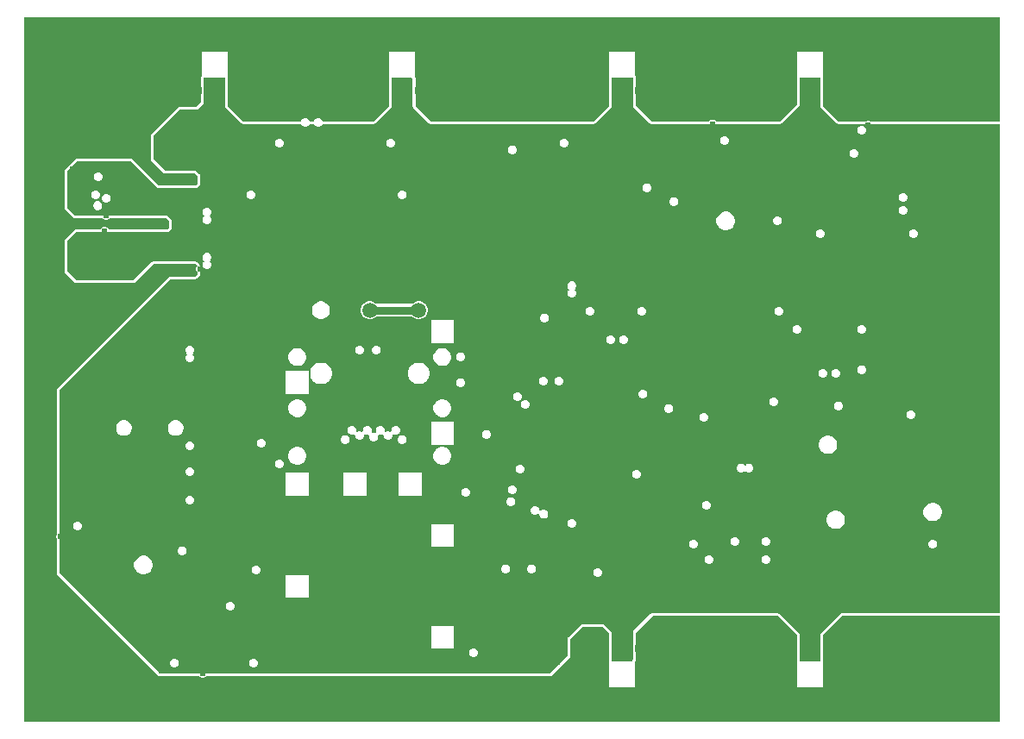
<source format=gbr>
G04*
G04 #@! TF.GenerationSoftware,Altium Limited,Altium Designer,24.8.2 (39)*
G04*
G04 Layer_Physical_Order=3*
G04 Layer_Color=16440176*
%FSLAX25Y25*%
%MOIN*%
G70*
G04*
G04 #@! TF.SameCoordinates,D82A07EB-257E-4463-BA9E-A140894E8D54*
G04*
G04*
G04 #@! TF.FilePolarity,Positive*
G04*
G01*
G75*
%ADD76C,0.03000*%
%ADD78C,0.05906*%
%ADD79R,0.07874X0.07874*%
%ADD80O,0.12992X0.05906*%
%ADD81O,0.09055X0.05906*%
%ADD82C,0.06181*%
%ADD83C,0.23622*%
%ADD84C,0.05118*%
%ADD87C,0.10236*%
%ADD88C,0.02400*%
G36*
X473471Y448500D02*
X423321Y448500D01*
X422838Y448700D01*
X422162D01*
X421679Y448500D01*
X411000D01*
X405000Y454500D01*
X405000Y465366D01*
X405028D01*
Y475421D01*
X394972D01*
Y465366D01*
X395000D01*
Y455000D01*
X388500Y448500D01*
X363904D01*
X363463Y448941D01*
X362838Y449200D01*
X362162D01*
X361537Y448941D01*
X361096Y448500D01*
X338789D01*
X332644Y454644D01*
Y466014D01*
X332528Y466131D01*
Y475421D01*
X322472D01*
Y465366D01*
X322382Y465276D01*
Y454382D01*
X316500Y448500D01*
X253500Y448500D01*
X247608Y454392D01*
X247608Y465392D01*
X247528Y465472D01*
Y475421D01*
X237472D01*
Y465366D01*
X237500D01*
Y454500D01*
X231500Y448500D01*
X211633D01*
X211441Y448963D01*
X210963Y449441D01*
X210338Y449700D01*
X209662D01*
X209037Y449441D01*
X208559Y448963D01*
X208367Y448500D01*
X206633D01*
X206441Y448963D01*
X205963Y449441D01*
X205338Y449700D01*
X204662D01*
X204037Y449441D01*
X203559Y448963D01*
X203367Y448500D01*
X181000D01*
X175054Y454446D01*
Y465340D01*
X175028Y465366D01*
Y475421D01*
X164972D01*
Y465929D01*
X164910Y465866D01*
Y455910D01*
X163000Y454000D01*
X156000D01*
X145500Y443500D01*
Y433500D01*
X150500Y428500D01*
X162500D01*
X163500Y427500D01*
X163500Y424500D01*
X162628Y423628D01*
X148372D01*
X138000Y434000D01*
X116500D01*
X112000Y429500D01*
Y414799D01*
X115799Y411000D01*
X126596D01*
X127037Y410559D01*
X127662Y410300D01*
X128338D01*
X128963Y410559D01*
X129404Y411000D01*
X151539D01*
X152539Y410000D01*
Y407425D01*
X151783Y406668D01*
X129063D01*
X128941Y406963D01*
X128463Y407441D01*
X127838Y407700D01*
X127162D01*
X126537Y407441D01*
X126059Y406963D01*
X125937Y406668D01*
X116168D01*
X112000Y402500D01*
X112000Y390177D01*
X116177Y386000D01*
X139000D01*
X146500Y393500D01*
X162500D01*
X163298Y392702D01*
X163059Y392463D01*
X162800Y391838D01*
Y391162D01*
X163059Y390537D01*
X163298Y390298D01*
Y389702D01*
X163500Y389500D01*
X162500Y388500D01*
X152500D01*
X109000Y345000D01*
Y288821D01*
X108800Y288338D01*
Y287662D01*
X109000Y287179D01*
Y273500D01*
X148500Y234000D01*
X164096D01*
X164537Y233559D01*
X165162Y233300D01*
X165838D01*
X166463Y233559D01*
X166904Y234000D01*
X300000D01*
X307500Y241500D01*
Y248500D01*
X312000Y253000D01*
X320040D01*
X322382Y250658D01*
X322382Y240296D01*
X322382Y240157D01*
X322472Y239834D01*
X322472Y239834D01*
Y229779D01*
X332528D01*
Y239834D01*
X332644Y239951D01*
X332644Y250855D01*
X339289Y257500D01*
X387500Y257500D01*
X395000Y250000D01*
Y240522D01*
X395000Y240322D01*
X394972Y239834D01*
X394972Y239834D01*
X394972D01*
X394972Y239356D01*
Y229779D01*
X405028D01*
Y239834D01*
X405000D01*
Y250044D01*
X412456Y257500D01*
X473471D01*
Y216529D01*
X96529D01*
Y488671D01*
X473471Y488671D01*
Y448500D01*
D02*
G37*
G36*
X403980Y454500D02*
X404058Y454110D01*
X404279Y453779D01*
X410279Y447779D01*
X410610Y447558D01*
X411000Y447480D01*
X421679D01*
X422069Y447558D01*
X422069Y447558D01*
X422365Y447680D01*
X422635D01*
X422931Y447558D01*
X423321Y447480D01*
X473471Y447480D01*
X473471Y446980D01*
X473471Y258520D01*
X412456D01*
X412066Y258442D01*
X411735Y258221D01*
X404279Y250765D01*
X404058Y250434D01*
X403980Y250044D01*
Y239834D01*
X396358D01*
X396035Y240176D01*
X396021Y240309D01*
X396020Y240334D01*
X396020Y240522D01*
Y250000D01*
X395942Y250390D01*
X395721Y250721D01*
X388221Y258221D01*
X387890Y258442D01*
X387500Y258520D01*
X339289Y258520D01*
X338899Y258442D01*
X338568Y258221D01*
X331924Y251576D01*
X331702Y251246D01*
X331625Y250855D01*
X331625Y240283D01*
X331586Y240224D01*
X331508Y239834D01*
X323492D01*
X323465Y239970D01*
X323454Y240109D01*
X323401Y240297D01*
X323401Y250658D01*
X323324Y251048D01*
X323103Y251379D01*
X320761Y253721D01*
X320430Y253942D01*
X320040Y254020D01*
X312000D01*
X311610Y253942D01*
X311279Y253721D01*
X306779Y249221D01*
X306558Y248890D01*
X306480Y248500D01*
Y241922D01*
X299578Y235020D01*
X166904D01*
X166514Y234942D01*
X166183Y234721D01*
X165885Y234423D01*
X165635Y234320D01*
X165365D01*
X165115Y234423D01*
X164817Y234721D01*
X164486Y234942D01*
X164096Y235020D01*
X148922D01*
X110020Y273922D01*
Y287179D01*
X109942Y287569D01*
X109820Y287865D01*
Y288135D01*
X109942Y288431D01*
X110020Y288821D01*
Y344578D01*
X152922Y387480D01*
X162500D01*
X162890Y387558D01*
X163221Y387779D01*
X164221Y388779D01*
X164442Y389110D01*
X164520Y389500D01*
X164442Y389890D01*
X164318Y390076D01*
Y390298D01*
X164240Y390688D01*
X164019Y391019D01*
X163923Y391115D01*
X163820Y391365D01*
Y391635D01*
X163923Y391885D01*
X164019Y391981D01*
X164240Y392312D01*
X164318Y392702D01*
X164240Y393092D01*
X164019Y393423D01*
X163221Y394221D01*
X162890Y394442D01*
X162500Y394520D01*
X146500D01*
X146110Y394442D01*
X145779Y394221D01*
X138578Y387020D01*
X116600D01*
X113020Y390600D01*
X113020Y402078D01*
X116591Y405649D01*
X125937D01*
X126327Y405726D01*
X126658Y405947D01*
X126879Y406278D01*
X126923Y406385D01*
X127115Y406577D01*
X127365Y406680D01*
X127635D01*
X127885Y406577D01*
X128077Y406385D01*
X128121Y406278D01*
X128342Y405947D01*
X128673Y405726D01*
X129063Y405649D01*
X151783D01*
X152173Y405726D01*
X152504Y405947D01*
X153260Y406704D01*
X153481Y407035D01*
X153559Y407425D01*
Y410000D01*
X153481Y410390D01*
X153260Y410721D01*
X152260Y411721D01*
X151929Y411942D01*
X151539Y412020D01*
X129404D01*
X129014Y411942D01*
X128683Y411721D01*
X128385Y411423D01*
X128135Y411320D01*
X127865D01*
X127615Y411423D01*
X127317Y411721D01*
X126986Y411942D01*
X126596Y412020D01*
X116221D01*
X113020Y415221D01*
Y429078D01*
X116922Y432980D01*
X137578D01*
X147651Y422907D01*
X147982Y422686D01*
X148372Y422609D01*
X162628D01*
X163019Y422686D01*
X163349Y422907D01*
X164221Y423779D01*
X164442Y424110D01*
X164520Y424500D01*
X164520Y427500D01*
X164442Y427890D01*
X164221Y428221D01*
X163221Y429221D01*
X162890Y429442D01*
X162500Y429520D01*
X150922D01*
X146520Y433922D01*
Y443078D01*
X156422Y452980D01*
X163000D01*
X163390Y453058D01*
X163721Y453279D01*
X165631Y455189D01*
X165852Y455520D01*
X165929Y455910D01*
Y465366D01*
X174008D01*
X174034Y465235D01*
Y454446D01*
X174112Y454056D01*
X174333Y453725D01*
X180279Y447779D01*
X180610Y447558D01*
X181000Y447480D01*
X203367D01*
X203367Y447480D01*
X203375Y447482D01*
X203559Y447037D01*
X204037Y446559D01*
X204662Y446300D01*
X205338D01*
X205963Y446559D01*
X206441Y447037D01*
X206626Y447482D01*
X206633Y447480D01*
X208367D01*
X208367Y447480D01*
X208375Y447482D01*
X208559Y447037D01*
X209037Y446559D01*
X209662Y446300D01*
X210338D01*
X210963Y446559D01*
X211441Y447037D01*
X211626Y447482D01*
X211633Y447480D01*
X231500D01*
X231890Y447558D01*
X232221Y447779D01*
X238221Y453779D01*
X238442Y454110D01*
X238520Y454500D01*
Y465366D01*
X246208D01*
X246589Y464891D01*
X246589Y454392D01*
X246666Y454001D01*
X246887Y453671D01*
X246887Y453671D01*
X252779Y447779D01*
X253110Y447558D01*
X253500Y447480D01*
X316500Y447480D01*
X316890Y447558D01*
X317221Y447779D01*
X323103Y453661D01*
X323324Y453992D01*
X323401Y454382D01*
Y464957D01*
X323414Y464976D01*
X323492Y465366D01*
X331625D01*
Y454644D01*
X331702Y454254D01*
X331924Y453924D01*
X338068Y447779D01*
X338399Y447558D01*
X338789Y447480D01*
X361096D01*
X361486Y447558D01*
X361817Y447779D01*
X362115Y448077D01*
X362365Y448180D01*
X362635D01*
X362885Y448077D01*
X363183Y447779D01*
X363514Y447558D01*
X363904Y447480D01*
X388500D01*
X388890Y447558D01*
X389221Y447779D01*
X395721Y454279D01*
X395942Y454610D01*
X396020Y455000D01*
Y465366D01*
X403980D01*
X403980Y454500D01*
D02*
G37*
%LPC*%
G36*
X420338Y446700D02*
X419662D01*
X419037Y446441D01*
X418559Y445963D01*
X418300Y445338D01*
Y444662D01*
X418559Y444037D01*
X419037Y443559D01*
X419662Y443300D01*
X420338D01*
X420963Y443559D01*
X421441Y444037D01*
X421700Y444662D01*
Y445338D01*
X421441Y445963D01*
X420963Y446441D01*
X420338Y446700D01*
D02*
G37*
G36*
X367338Y442700D02*
X366662D01*
X366037Y442441D01*
X365559Y441963D01*
X365300Y441338D01*
Y440662D01*
X365559Y440037D01*
X366037Y439559D01*
X366662Y439300D01*
X367338D01*
X367963Y439559D01*
X368441Y440037D01*
X368700Y440662D01*
Y441338D01*
X368441Y441963D01*
X367963Y442441D01*
X367338Y442700D01*
D02*
G37*
G36*
X305338Y441700D02*
X304662D01*
X304037Y441441D01*
X303559Y440963D01*
X303300Y440338D01*
Y439662D01*
X303559Y439037D01*
X304037Y438559D01*
X304662Y438300D01*
X305338D01*
X305963Y438559D01*
X306441Y439037D01*
X306700Y439662D01*
Y440338D01*
X306441Y440963D01*
X305963Y441441D01*
X305338Y441700D01*
D02*
G37*
G36*
X238338D02*
X237662D01*
X237037Y441441D01*
X236559Y440963D01*
X236300Y440338D01*
Y439662D01*
X236559Y439037D01*
X237037Y438559D01*
X237662Y438300D01*
X238338D01*
X238963Y438559D01*
X239441Y439037D01*
X239700Y439662D01*
Y440338D01*
X239441Y440963D01*
X238963Y441441D01*
X238338Y441700D01*
D02*
G37*
G36*
X195338D02*
X194662D01*
X194037Y441441D01*
X193559Y440963D01*
X193300Y440338D01*
Y439662D01*
X193559Y439037D01*
X194037Y438559D01*
X194662Y438300D01*
X195338D01*
X195963Y438559D01*
X196441Y439037D01*
X196700Y439662D01*
Y440338D01*
X196441Y440963D01*
X195963Y441441D01*
X195338Y441700D01*
D02*
G37*
G36*
X285338Y439200D02*
X284662D01*
X284037Y438941D01*
X283559Y438463D01*
X283300Y437838D01*
Y437162D01*
X283559Y436537D01*
X284037Y436059D01*
X284662Y435800D01*
X285338D01*
X285963Y436059D01*
X286441Y436537D01*
X286700Y437162D01*
Y437838D01*
X286441Y438463D01*
X285963Y438941D01*
X285338Y439200D01*
D02*
G37*
G36*
X417338Y437700D02*
X416662D01*
X416037Y437441D01*
X415559Y436963D01*
X415300Y436338D01*
Y435662D01*
X415559Y435037D01*
X416037Y434559D01*
X416662Y434300D01*
X417338D01*
X417963Y434559D01*
X418441Y435037D01*
X418700Y435662D01*
Y436338D01*
X418441Y436963D01*
X417963Y437441D01*
X417338Y437700D01*
D02*
G37*
G36*
X125338Y428700D02*
X124662D01*
X124037Y428441D01*
X123559Y427963D01*
X123300Y427338D01*
Y426662D01*
X123559Y426037D01*
X124037Y425559D01*
X124662Y425300D01*
X125338D01*
X125963Y425559D01*
X126441Y426037D01*
X126700Y426662D01*
Y427338D01*
X126441Y427963D01*
X125963Y428441D01*
X125338Y428700D01*
D02*
G37*
G36*
X337338Y424500D02*
X336662D01*
X336037Y424241D01*
X335559Y423763D01*
X335300Y423138D01*
Y422462D01*
X335559Y421837D01*
X336037Y421359D01*
X336662Y421100D01*
X337338D01*
X337963Y421359D01*
X338441Y421837D01*
X338700Y422462D01*
Y423138D01*
X338441Y423763D01*
X337963Y424241D01*
X337338Y424500D01*
D02*
G37*
G36*
X242838Y421700D02*
X242162D01*
X241537Y421441D01*
X241059Y420963D01*
X240800Y420338D01*
Y419662D01*
X241059Y419037D01*
X241537Y418559D01*
X242162Y418300D01*
X242838D01*
X243463Y418559D01*
X243941Y419037D01*
X244200Y419662D01*
Y420338D01*
X243941Y420963D01*
X243463Y421441D01*
X242838Y421700D01*
D02*
G37*
G36*
X184338D02*
X183662D01*
X183037Y421441D01*
X182559Y420963D01*
X182300Y420338D01*
Y419662D01*
X182559Y419037D01*
X183037Y418559D01*
X183662Y418300D01*
X184338D01*
X184963Y418559D01*
X185441Y419037D01*
X185700Y419662D01*
Y420338D01*
X185441Y420963D01*
X184963Y421441D01*
X184338Y421700D01*
D02*
G37*
G36*
X124338D02*
X123662D01*
X123037Y421441D01*
X122559Y420963D01*
X122300Y420338D01*
Y419662D01*
X122559Y419037D01*
X123037Y418559D01*
X123662Y418300D01*
X124338D01*
X124963Y418559D01*
X125441Y419037D01*
X125700Y419662D01*
Y420338D01*
X125441Y420963D01*
X124963Y421441D01*
X124338Y421700D01*
D02*
G37*
G36*
X436338Y420700D02*
X435662D01*
X435037Y420441D01*
X434559Y419963D01*
X434300Y419338D01*
Y418662D01*
X434559Y418037D01*
X435037Y417559D01*
X435662Y417300D01*
X436338D01*
X436963Y417559D01*
X437441Y418037D01*
X437700Y418662D01*
Y419338D01*
X437441Y419963D01*
X436963Y420441D01*
X436338Y420700D01*
D02*
G37*
G36*
X128513Y420449D02*
X127837D01*
X127212Y420191D01*
X126734Y419712D01*
X126475Y419088D01*
Y418411D01*
X126734Y417787D01*
X127212Y417308D01*
X127837Y417049D01*
X128513D01*
X129138Y417308D01*
X129616Y417787D01*
X129875Y418411D01*
Y419088D01*
X129616Y419712D01*
X129138Y420191D01*
X128513Y420449D01*
D02*
G37*
G36*
X347838Y419200D02*
X347162D01*
X346537Y418941D01*
X346059Y418463D01*
X345800Y417838D01*
Y417162D01*
X346059Y416537D01*
X346537Y416059D01*
X347162Y415800D01*
X347838D01*
X348463Y416059D01*
X348941Y416537D01*
X349200Y417162D01*
Y417838D01*
X348941Y418463D01*
X348463Y418941D01*
X347838Y419200D01*
D02*
G37*
G36*
X125235Y417597D02*
X124559D01*
X123934Y417338D01*
X123456Y416860D01*
X123197Y416235D01*
Y415559D01*
X123456Y414934D01*
X123934Y414456D01*
X124559Y414197D01*
X125235D01*
X125860Y414456D01*
X126338Y414934D01*
X126597Y415559D01*
Y416235D01*
X126338Y416860D01*
X125860Y417338D01*
X125235Y417597D01*
D02*
G37*
G36*
X436338Y415700D02*
X435662D01*
X435037Y415441D01*
X434559Y414963D01*
X434300Y414338D01*
Y413662D01*
X434559Y413037D01*
X435037Y412559D01*
X435662Y412300D01*
X436338D01*
X436963Y412559D01*
X437441Y413037D01*
X437700Y413662D01*
Y414338D01*
X437441Y414963D01*
X436963Y415441D01*
X436338Y415700D01*
D02*
G37*
G36*
X167338Y415102D02*
X166662D01*
X166037Y414844D01*
X165559Y414365D01*
X165300Y413741D01*
Y413064D01*
X165559Y412439D01*
X165719Y412279D01*
X166029Y411952D01*
X165719Y411626D01*
X165559Y411465D01*
X165300Y410841D01*
Y410164D01*
X165559Y409540D01*
X166037Y409061D01*
X166662Y408802D01*
X167338D01*
X167963Y409061D01*
X168441Y409540D01*
X168700Y410164D01*
Y410841D01*
X168441Y411465D01*
X168281Y411626D01*
X167971Y411952D01*
X168281Y412279D01*
X168441Y412439D01*
X168700Y413064D01*
Y413741D01*
X168441Y414365D01*
X167963Y414844D01*
X167338Y415102D01*
D02*
G37*
G36*
X387838Y411700D02*
X387162D01*
X386537Y411441D01*
X386059Y410963D01*
X385800Y410338D01*
Y409662D01*
X386059Y409037D01*
X386537Y408559D01*
X387162Y408300D01*
X387838D01*
X388463Y408559D01*
X388941Y409037D01*
X389200Y409662D01*
Y410338D01*
X388941Y410963D01*
X388463Y411441D01*
X387838Y411700D01*
D02*
G37*
G36*
X367973Y413590D02*
X367027D01*
X366114Y413346D01*
X365295Y412873D01*
X364627Y412205D01*
X364154Y411386D01*
X363910Y410473D01*
Y409527D01*
X364154Y408614D01*
X364627Y407795D01*
X365295Y407127D01*
X366114Y406654D01*
X367027Y406410D01*
X367973D01*
X368886Y406654D01*
X369705Y407127D01*
X370373Y407795D01*
X370846Y408614D01*
X371091Y409527D01*
Y410473D01*
X370846Y411386D01*
X370373Y412205D01*
X369705Y412873D01*
X368886Y413346D01*
X367973Y413590D01*
D02*
G37*
G36*
X440338Y406700D02*
X439662D01*
X439037Y406441D01*
X438559Y405963D01*
X438300Y405338D01*
Y404662D01*
X438559Y404037D01*
X439037Y403559D01*
X439662Y403300D01*
X440338D01*
X440963Y403559D01*
X441441Y404037D01*
X441700Y404662D01*
Y405338D01*
X441441Y405963D01*
X440963Y406441D01*
X440338Y406700D01*
D02*
G37*
G36*
X404338D02*
X403662D01*
X403037Y406441D01*
X402559Y405963D01*
X402300Y405338D01*
Y404662D01*
X402559Y404037D01*
X403037Y403559D01*
X403662Y403300D01*
X404338D01*
X404963Y403559D01*
X405441Y404037D01*
X405700Y404662D01*
Y405338D01*
X405441Y405963D01*
X404963Y406441D01*
X404338Y406700D01*
D02*
G37*
G36*
X167338Y397600D02*
X166662D01*
X166037Y397341D01*
X165559Y396863D01*
X165300Y396238D01*
Y395562D01*
X165559Y394937D01*
X165719Y394777D01*
X166029Y394450D01*
X165719Y394123D01*
X165559Y393963D01*
X165300Y393338D01*
Y392662D01*
X165559Y392037D01*
X166037Y391559D01*
X166662Y391300D01*
X167338D01*
X167963Y391559D01*
X168441Y392037D01*
X168700Y392662D01*
Y393338D01*
X168441Y393963D01*
X168281Y394123D01*
X167971Y394450D01*
X168281Y394777D01*
X168441Y394937D01*
X168700Y395562D01*
Y396238D01*
X168441Y396863D01*
X167963Y397341D01*
X167338Y397600D01*
D02*
G37*
G36*
X308338Y386600D02*
X307662D01*
X307037Y386341D01*
X306559Y385863D01*
X306300Y385238D01*
Y384562D01*
X306559Y383937D01*
X306719Y383777D01*
X307029Y383450D01*
X306719Y383123D01*
X306559Y382963D01*
X306300Y382338D01*
Y381662D01*
X306559Y381037D01*
X307037Y380559D01*
X307662Y380300D01*
X308338D01*
X308963Y380559D01*
X309441Y381037D01*
X309700Y381662D01*
Y382338D01*
X309441Y382963D01*
X309281Y383123D01*
X308971Y383450D01*
X309281Y383777D01*
X309441Y383937D01*
X309700Y384562D01*
Y385238D01*
X309441Y385863D01*
X308963Y386341D01*
X308338Y386600D01*
D02*
G37*
G36*
X249372Y378906D02*
X248463D01*
X247585Y378670D01*
X246797Y378216D01*
X246583Y378002D01*
X232354D01*
X232140Y378216D01*
X231352Y378670D01*
X230474Y378906D01*
X229565D01*
X228687Y378670D01*
X227900Y378216D01*
X227257Y377573D01*
X226802Y376785D01*
X226567Y375907D01*
Y374998D01*
X226802Y374120D01*
X227257Y373333D01*
X227900Y372690D01*
X228687Y372235D01*
X229565Y372000D01*
X230474D01*
X231352Y372235D01*
X232140Y372690D01*
X232354Y372904D01*
X246583D01*
X246797Y372690D01*
X247585Y372235D01*
X248463Y372000D01*
X249372D01*
X250250Y372235D01*
X251037Y372690D01*
X251680Y373333D01*
X252135Y374120D01*
X252370Y374998D01*
Y375907D01*
X252135Y376785D01*
X251680Y377573D01*
X251037Y378216D01*
X250250Y378670D01*
X249372Y378906D01*
D02*
G37*
G36*
X388338Y376700D02*
X387662D01*
X387037Y376441D01*
X386559Y375963D01*
X386300Y375338D01*
Y374662D01*
X386559Y374037D01*
X387037Y373559D01*
X387662Y373300D01*
X388338D01*
X388963Y373559D01*
X389441Y374037D01*
X389700Y374662D01*
Y375338D01*
X389441Y375963D01*
X388963Y376441D01*
X388338Y376700D01*
D02*
G37*
G36*
X335338D02*
X334662D01*
X334037Y376441D01*
X333559Y375963D01*
X333300Y375338D01*
Y374662D01*
X333559Y374037D01*
X334037Y373559D01*
X334662Y373300D01*
X335338D01*
X335963Y373559D01*
X336441Y374037D01*
X336700Y374662D01*
Y375338D01*
X336441Y375963D01*
X335963Y376441D01*
X335338Y376700D01*
D02*
G37*
G36*
X315338D02*
X314662D01*
X314037Y376441D01*
X313559Y375963D01*
X313300Y375338D01*
Y374662D01*
X313559Y374037D01*
X314037Y373559D01*
X314662Y373300D01*
X315338D01*
X315963Y373559D01*
X316441Y374037D01*
X316700Y374662D01*
Y375338D01*
X316441Y375963D01*
X315963Y376441D01*
X315338Y376700D01*
D02*
G37*
G36*
X211577Y378906D02*
X210667D01*
X209789Y378670D01*
X209002Y378216D01*
X208359Y377573D01*
X207905Y376785D01*
X207669Y375907D01*
Y374998D01*
X207905Y374120D01*
X208359Y373333D01*
X209002Y372690D01*
X209789Y372235D01*
X210667Y372000D01*
X211577D01*
X212455Y372235D01*
X213242Y372690D01*
X213885Y373333D01*
X214339Y374120D01*
X214575Y374998D01*
Y375907D01*
X214339Y376785D01*
X213885Y377573D01*
X213242Y378216D01*
X212455Y378670D01*
X211577Y378906D01*
D02*
G37*
G36*
X297838Y374200D02*
X297162D01*
X296537Y373941D01*
X296059Y373463D01*
X295800Y372838D01*
Y372162D01*
X296059Y371537D01*
X296537Y371059D01*
X297162Y370800D01*
X297838D01*
X298463Y371059D01*
X298941Y371537D01*
X299200Y372162D01*
Y372838D01*
X298941Y373463D01*
X298463Y373941D01*
X297838Y374200D01*
D02*
G37*
G36*
X420338Y369700D02*
X419662D01*
X419037Y369441D01*
X418559Y368963D01*
X418300Y368338D01*
Y367662D01*
X418559Y367037D01*
X419037Y366559D01*
X419662Y366300D01*
X420338D01*
X420963Y366559D01*
X421441Y367037D01*
X421700Y367662D01*
Y368338D01*
X421441Y368963D01*
X420963Y369441D01*
X420338Y369700D01*
D02*
G37*
G36*
X395338D02*
X394662D01*
X394037Y369441D01*
X393559Y368963D01*
X393300Y368338D01*
Y367662D01*
X393559Y367037D01*
X394037Y366559D01*
X394662Y366300D01*
X395338D01*
X395963Y366559D01*
X396441Y367037D01*
X396700Y367662D01*
Y368338D01*
X396441Y368963D01*
X395963Y369441D01*
X395338Y369700D01*
D02*
G37*
G36*
X262488Y371622D02*
X253614D01*
Y362748D01*
X262488D01*
Y371622D01*
D02*
G37*
G36*
X328338Y365700D02*
X327662D01*
X327037Y365441D01*
X326559Y364963D01*
X326300Y364338D01*
Y363662D01*
X326559Y363037D01*
X327037Y362559D01*
X327662Y362300D01*
X328338D01*
X328963Y362559D01*
X329441Y363037D01*
X329700Y363662D01*
Y364338D01*
X329441Y364963D01*
X328963Y365441D01*
X328338Y365700D01*
D02*
G37*
G36*
X323338D02*
X322662D01*
X322037Y365441D01*
X321559Y364963D01*
X321300Y364338D01*
Y363662D01*
X321559Y363037D01*
X322037Y362559D01*
X322662Y362300D01*
X323338D01*
X323963Y362559D01*
X324441Y363037D01*
X324700Y363662D01*
Y364338D01*
X324441Y364963D01*
X323963Y365441D01*
X323338Y365700D01*
D02*
G37*
G36*
X232838Y361700D02*
X232162D01*
X231537Y361441D01*
X231059Y360963D01*
X230800Y360338D01*
Y359662D01*
X231059Y359037D01*
X231537Y358559D01*
X232162Y358300D01*
X232838D01*
X233463Y358559D01*
X233941Y359037D01*
X234200Y359662D01*
Y360338D01*
X233941Y360963D01*
X233463Y361441D01*
X232838Y361700D01*
D02*
G37*
G36*
X226338D02*
X225662D01*
X225037Y361441D01*
X224559Y360963D01*
X224300Y360338D01*
Y359662D01*
X224559Y359037D01*
X225037Y358559D01*
X225662Y358300D01*
X226338D01*
X226963Y358559D01*
X227441Y359037D01*
X227700Y359662D01*
Y360338D01*
X227441Y360963D01*
X226963Y361441D01*
X226338Y361700D01*
D02*
G37*
G36*
X265338Y359200D02*
X264662D01*
X264037Y358941D01*
X263559Y358463D01*
X263300Y357838D01*
Y357162D01*
X263559Y356537D01*
X264037Y356059D01*
X264662Y355800D01*
X265338D01*
X265963Y356059D01*
X266441Y356537D01*
X266700Y357162D01*
Y357838D01*
X266441Y358463D01*
X265963Y358941D01*
X265338Y359200D01*
D02*
G37*
G36*
X160788Y361700D02*
X160112D01*
X159487Y361441D01*
X159009Y360963D01*
X158750Y360338D01*
Y359662D01*
X159009Y359037D01*
X159219Y358827D01*
X159446Y358500D01*
X159219Y358173D01*
X159009Y357963D01*
X158750Y357338D01*
Y356662D01*
X159009Y356037D01*
X159487Y355559D01*
X160112Y355300D01*
X160788D01*
X161413Y355559D01*
X161891Y356037D01*
X162150Y356662D01*
Y357338D01*
X161891Y357963D01*
X161681Y358173D01*
X161454Y358500D01*
X161681Y358827D01*
X161891Y359037D01*
X162150Y359662D01*
Y360338D01*
X161891Y360963D01*
X161413Y361441D01*
X160788Y361700D01*
D02*
G37*
G36*
X258506Y360795D02*
X257597D01*
X256718Y360560D01*
X255931Y360105D01*
X255288Y359463D01*
X254834Y358675D01*
X254598Y357797D01*
Y356888D01*
X254834Y356010D01*
X255288Y355223D01*
X255931Y354580D01*
X256718Y354125D01*
X257597Y353890D01*
X258506D01*
X259384Y354125D01*
X260171Y354580D01*
X260814Y355223D01*
X261269Y356010D01*
X261504Y356888D01*
Y357797D01*
X261269Y358675D01*
X260814Y359463D01*
X260171Y360105D01*
X259384Y360560D01*
X258506Y360795D01*
D02*
G37*
G36*
X202403D02*
X201494D01*
X200616Y360560D01*
X199829Y360105D01*
X199186Y359463D01*
X198731Y358675D01*
X198496Y357797D01*
Y356888D01*
X198731Y356010D01*
X199186Y355223D01*
X199829Y354580D01*
X200616Y354125D01*
X201494Y353890D01*
X202403D01*
X203281Y354125D01*
X204069Y354580D01*
X204712Y355223D01*
X205166Y356010D01*
X205402Y356888D01*
Y357797D01*
X205166Y358675D01*
X204712Y359463D01*
X204069Y360105D01*
X203281Y360560D01*
X202403Y360795D01*
D02*
G37*
G36*
X420338Y354200D02*
X419662D01*
X419037Y353941D01*
X418559Y353463D01*
X418300Y352838D01*
Y352162D01*
X418559Y351537D01*
X419037Y351059D01*
X419662Y350800D01*
X420338D01*
X420963Y351059D01*
X421441Y351537D01*
X421700Y352162D01*
Y352838D01*
X421441Y353463D01*
X420963Y353941D01*
X420338Y354200D01*
D02*
G37*
G36*
X410338Y352700D02*
X409662D01*
X409037Y352441D01*
X408559Y351963D01*
X408300Y351338D01*
Y350662D01*
X408559Y350037D01*
X409037Y349559D01*
X409662Y349300D01*
X410338D01*
X410963Y349559D01*
X411441Y350037D01*
X411700Y350662D01*
Y351338D01*
X411441Y351963D01*
X410963Y352441D01*
X410338Y352700D01*
D02*
G37*
G36*
X405338D02*
X404662D01*
X404037Y352441D01*
X403559Y351963D01*
X403300Y351338D01*
Y350662D01*
X403559Y350037D01*
X404037Y349559D01*
X404662Y349300D01*
X405338D01*
X405963Y349559D01*
X406441Y350037D01*
X406700Y350662D01*
Y351338D01*
X406441Y351963D01*
X405963Y352441D01*
X405338Y352700D01*
D02*
G37*
G36*
X249464Y355190D02*
X248371D01*
X247316Y354907D01*
X246370Y354361D01*
X245597Y353588D01*
X245051Y352642D01*
X244768Y351586D01*
Y350494D01*
X245051Y349438D01*
X245597Y348492D01*
X246370Y347720D01*
X247316Y347173D01*
X248371Y346890D01*
X249464D01*
X250519Y347173D01*
X251466Y347720D01*
X252238Y348492D01*
X252784Y349438D01*
X253067Y350494D01*
Y351586D01*
X252784Y352642D01*
X252238Y353588D01*
X251466Y354361D01*
X250519Y354907D01*
X249464Y355190D01*
D02*
G37*
G36*
X211669D02*
X210576D01*
X209521Y354907D01*
X208575Y354361D01*
X207802Y353588D01*
X207256Y352642D01*
X206973Y351586D01*
Y350494D01*
X207256Y349438D01*
X207802Y348492D01*
X208575Y347720D01*
X209521Y347173D01*
X210576Y346890D01*
X211669D01*
X212724Y347173D01*
X213670Y347720D01*
X214443Y348492D01*
X214989Y349438D01*
X215272Y350494D01*
Y351586D01*
X214989Y352642D01*
X214443Y353588D01*
X213670Y354361D01*
X212724Y354907D01*
X211669Y355190D01*
D02*
G37*
G36*
X303338Y349700D02*
X302662D01*
X302037Y349441D01*
X301559Y348963D01*
X301300Y348338D01*
Y347662D01*
X301559Y347037D01*
X302037Y346559D01*
X302662Y346300D01*
X303338D01*
X303963Y346559D01*
X304441Y347037D01*
X304700Y347662D01*
Y348338D01*
X304441Y348963D01*
X303963Y349441D01*
X303338Y349700D01*
D02*
G37*
G36*
X297338D02*
X296662D01*
X296037Y349441D01*
X295559Y348963D01*
X295300Y348338D01*
Y347662D01*
X295559Y347037D01*
X296037Y346559D01*
X296662Y346300D01*
X297338D01*
X297963Y346559D01*
X298441Y347037D01*
X298700Y347662D01*
Y348338D01*
X298441Y348963D01*
X297963Y349441D01*
X297338Y349700D01*
D02*
G37*
G36*
X265338Y349200D02*
X264662D01*
X264037Y348941D01*
X263559Y348463D01*
X263300Y347838D01*
Y347162D01*
X263559Y346537D01*
X264037Y346059D01*
X264662Y345800D01*
X265338D01*
X265963Y346059D01*
X266441Y346537D01*
X266700Y347162D01*
Y347838D01*
X266441Y348463D01*
X265963Y348941D01*
X265338Y349200D01*
D02*
G37*
G36*
X206386Y351937D02*
X197512D01*
Y343063D01*
X206386D01*
Y351937D01*
D02*
G37*
G36*
X335838Y344700D02*
X335162D01*
X334537Y344441D01*
X334059Y343963D01*
X333800Y343338D01*
Y342662D01*
X334059Y342037D01*
X334537Y341559D01*
X335162Y341300D01*
X335838D01*
X336463Y341559D01*
X336941Y342037D01*
X337200Y342662D01*
Y343338D01*
X336941Y343963D01*
X336463Y344441D01*
X335838Y344700D01*
D02*
G37*
G36*
X287338Y343700D02*
X286662D01*
X286037Y343441D01*
X285559Y342963D01*
X285300Y342338D01*
Y341662D01*
X285559Y341037D01*
X286037Y340559D01*
X286662Y340300D01*
X287338D01*
X287963Y340559D01*
X288441Y341037D01*
X288700Y341662D01*
Y342338D01*
X288441Y342963D01*
X287963Y343441D01*
X287338Y343700D01*
D02*
G37*
G36*
X386338Y341700D02*
X385662D01*
X385037Y341441D01*
X384559Y340963D01*
X384300Y340338D01*
Y339662D01*
X384559Y339037D01*
X385037Y338559D01*
X385662Y338300D01*
X386338D01*
X386963Y338559D01*
X387441Y339037D01*
X387700Y339662D01*
Y340338D01*
X387441Y340963D01*
X386963Y341441D01*
X386338Y341700D01*
D02*
G37*
G36*
X290338Y340700D02*
X289662D01*
X289037Y340441D01*
X288559Y339963D01*
X288300Y339338D01*
Y338662D01*
X288559Y338037D01*
X289037Y337559D01*
X289662Y337300D01*
X290338D01*
X290963Y337559D01*
X291441Y338037D01*
X291700Y338662D01*
Y339338D01*
X291441Y339963D01*
X290963Y340441D01*
X290338Y340700D01*
D02*
G37*
G36*
X411338Y340200D02*
X410662D01*
X410037Y339941D01*
X409559Y339463D01*
X409300Y338838D01*
Y338162D01*
X409559Y337537D01*
X410037Y337059D01*
X410662Y336800D01*
X411338D01*
X411963Y337059D01*
X412441Y337537D01*
X412700Y338162D01*
Y338838D01*
X412441Y339463D01*
X411963Y339941D01*
X411338Y340200D01*
D02*
G37*
G36*
X345838Y339200D02*
X345162D01*
X344537Y338941D01*
X344059Y338463D01*
X343800Y337838D01*
Y337162D01*
X344059Y336537D01*
X344537Y336059D01*
X345162Y335800D01*
X345838D01*
X346463Y336059D01*
X346941Y336537D01*
X347200Y337162D01*
Y337838D01*
X346941Y338463D01*
X346463Y338941D01*
X345838Y339200D01*
D02*
G37*
G36*
X258506Y341110D02*
X257597D01*
X256718Y340875D01*
X255931Y340420D01*
X255288Y339777D01*
X254834Y338990D01*
X254598Y338112D01*
Y337203D01*
X254834Y336325D01*
X255288Y335537D01*
X255931Y334895D01*
X256718Y334440D01*
X257597Y334205D01*
X258506D01*
X259384Y334440D01*
X260171Y334895D01*
X260814Y335537D01*
X261269Y336325D01*
X261504Y337203D01*
Y338112D01*
X261269Y338990D01*
X260814Y339777D01*
X260171Y340420D01*
X259384Y340875D01*
X258506Y341110D01*
D02*
G37*
G36*
X202403D02*
X201494D01*
X200616Y340875D01*
X199829Y340420D01*
X199186Y339777D01*
X198731Y338990D01*
X198496Y338112D01*
Y337203D01*
X198731Y336325D01*
X199186Y335537D01*
X199829Y334895D01*
X200616Y334440D01*
X201494Y334205D01*
X202403D01*
X203281Y334440D01*
X204069Y334895D01*
X204712Y335537D01*
X205166Y336325D01*
X205402Y337203D01*
Y338112D01*
X205166Y338990D01*
X204712Y339777D01*
X204069Y340420D01*
X203281Y340875D01*
X202403Y341110D01*
D02*
G37*
G36*
X439338Y336700D02*
X438662D01*
X438037Y336441D01*
X437559Y335963D01*
X437300Y335338D01*
Y334662D01*
X437559Y334037D01*
X438037Y333559D01*
X438662Y333300D01*
X439338D01*
X439963Y333559D01*
X440441Y334037D01*
X440700Y334662D01*
Y335338D01*
X440441Y335963D01*
X439963Y336441D01*
X439338Y336700D01*
D02*
G37*
G36*
X359338Y335700D02*
X358662D01*
X358037Y335441D01*
X357559Y334963D01*
X357300Y334338D01*
Y333662D01*
X357559Y333037D01*
X358037Y332559D01*
X358662Y332300D01*
X359338D01*
X359963Y332559D01*
X360441Y333037D01*
X360700Y333662D01*
Y334338D01*
X360441Y334963D01*
X359963Y335441D01*
X359338Y335700D01*
D02*
G37*
G36*
X240338Y330700D02*
X239662D01*
X239037Y330441D01*
X238559Y329963D01*
X238300Y329338D01*
Y328802D01*
X238192Y328686D01*
X237978Y328544D01*
X237838Y328493D01*
X237338Y328700D01*
X236662D01*
X236162Y328493D01*
X236022Y328544D01*
X235808Y328686D01*
X235700Y328802D01*
Y329338D01*
X235441Y329963D01*
X234963Y330441D01*
X234338Y330700D01*
X233662D01*
X233037Y330441D01*
X232559Y329963D01*
X232300Y329338D01*
Y328662D01*
X232356Y328527D01*
X231973Y328144D01*
X231838Y328200D01*
X231162D01*
X231027Y328144D01*
X230644Y328527D01*
X230700Y328662D01*
Y329338D01*
X230441Y329963D01*
X229963Y330441D01*
X229338Y330700D01*
X228662D01*
X228037Y330441D01*
X227559Y329963D01*
X227300Y329338D01*
Y328802D01*
X227191Y328686D01*
X226978Y328544D01*
X226838Y328493D01*
X226338Y328700D01*
X225662D01*
X225162Y328493D01*
X225022Y328544D01*
X224809Y328686D01*
X224700Y328802D01*
Y329338D01*
X224441Y329963D01*
X223963Y330441D01*
X223338Y330700D01*
X222662D01*
X222037Y330441D01*
X221559Y329963D01*
X221300Y329338D01*
Y328662D01*
X221559Y328037D01*
X222037Y327559D01*
X222662Y327300D01*
X223338D01*
X223838Y327507D01*
X223978Y327456D01*
X224191Y327314D01*
X224300Y327198D01*
Y326662D01*
X224559Y326037D01*
X225037Y325559D01*
X225662Y325300D01*
X226338D01*
X226963Y325559D01*
X227441Y326037D01*
X227700Y326662D01*
Y327198D01*
X227808Y327314D01*
X228022Y327456D01*
X228162Y327507D01*
X228662Y327300D01*
X229338D01*
X229473Y327356D01*
X229856Y326973D01*
X229800Y326838D01*
Y326162D01*
X230059Y325537D01*
X230537Y325059D01*
X231162Y324800D01*
X231838D01*
X232463Y325059D01*
X232941Y325537D01*
X233200Y326162D01*
Y326838D01*
X233144Y326973D01*
X233527Y327356D01*
X233662Y327300D01*
X234338D01*
X234838Y327507D01*
X234978Y327456D01*
X235191Y327314D01*
X235300Y327198D01*
Y326662D01*
X235559Y326037D01*
X236037Y325559D01*
X236662Y325300D01*
X237338D01*
X237963Y325559D01*
X238441Y326037D01*
X238700Y326662D01*
Y327198D01*
X238808Y327314D01*
X239022Y327456D01*
X239162Y327507D01*
X239662Y327300D01*
X240338D01*
X240963Y327559D01*
X241441Y328037D01*
X241700Y328662D01*
Y329338D01*
X241441Y329963D01*
X240963Y330441D01*
X240338Y330700D01*
D02*
G37*
G36*
X155403Y333059D02*
X154597D01*
X153819Y332851D01*
X153122Y332448D01*
X152552Y331878D01*
X152149Y331181D01*
X151941Y330403D01*
Y329597D01*
X152149Y328819D01*
X152552Y328122D01*
X153122Y327552D01*
X153819Y327149D01*
X154597Y326941D01*
X155403D01*
X156181Y327149D01*
X156878Y327552D01*
X157448Y328122D01*
X157851Y328819D01*
X158059Y329597D01*
Y330403D01*
X157851Y331181D01*
X157448Y331878D01*
X156878Y332448D01*
X156181Y332851D01*
X155403Y333059D01*
D02*
G37*
G36*
X135403D02*
X134597D01*
X133819Y332851D01*
X133122Y332448D01*
X132552Y331878D01*
X132149Y331181D01*
X131941Y330403D01*
Y329597D01*
X132149Y328819D01*
X132552Y328122D01*
X133122Y327552D01*
X133819Y327149D01*
X134597Y326941D01*
X135403D01*
X136181Y327149D01*
X136878Y327552D01*
X137448Y328122D01*
X137851Y328819D01*
X138059Y329597D01*
Y330403D01*
X137851Y331181D01*
X137448Y331878D01*
X136878Y332448D01*
X136181Y332851D01*
X135403Y333059D01*
D02*
G37*
G36*
X275338Y329200D02*
X274662D01*
X274037Y328941D01*
X273559Y328463D01*
X273300Y327838D01*
Y327162D01*
X273559Y326537D01*
X274037Y326059D01*
X274662Y325800D01*
X275338D01*
X275963Y326059D01*
X276441Y326537D01*
X276700Y327162D01*
Y327838D01*
X276441Y328463D01*
X275963Y328941D01*
X275338Y329200D01*
D02*
G37*
G36*
X242838Y327200D02*
X242162D01*
X241537Y326941D01*
X241059Y326463D01*
X240800Y325838D01*
Y325162D01*
X241059Y324537D01*
X241537Y324059D01*
X242162Y323800D01*
X242838D01*
X243463Y324059D01*
X243941Y324537D01*
X244200Y325162D01*
Y325838D01*
X243941Y326463D01*
X243463Y326941D01*
X242838Y327200D01*
D02*
G37*
G36*
X220838D02*
X220162D01*
X219537Y326941D01*
X219059Y326463D01*
X218800Y325838D01*
Y325162D01*
X219059Y324537D01*
X219537Y324059D01*
X220162Y323800D01*
X220838D01*
X221463Y324059D01*
X221941Y324537D01*
X222200Y325162D01*
Y325838D01*
X221941Y326463D01*
X221463Y326941D01*
X220838Y327200D01*
D02*
G37*
G36*
X262488Y332252D02*
X253614D01*
Y323378D01*
X262488D01*
Y332252D01*
D02*
G37*
G36*
X188338Y325700D02*
X187662D01*
X187037Y325441D01*
X186559Y324963D01*
X186300Y324338D01*
Y323662D01*
X186559Y323037D01*
X187037Y322559D01*
X187662Y322300D01*
X188338D01*
X188963Y322559D01*
X189441Y323037D01*
X189700Y323662D01*
Y324338D01*
X189441Y324963D01*
X188963Y325441D01*
X188338Y325700D01*
D02*
G37*
G36*
X160788Y324700D02*
X160112D01*
X159487Y324441D01*
X159009Y323963D01*
X158750Y323338D01*
Y322662D01*
X159009Y322037D01*
X159487Y321559D01*
X160112Y321300D01*
X160788D01*
X161413Y321559D01*
X161891Y322037D01*
X162150Y322662D01*
Y323338D01*
X161891Y323963D01*
X161413Y324441D01*
X160788Y324700D01*
D02*
G37*
G36*
X407473Y327091D02*
X406527D01*
X405614Y326846D01*
X404795Y326373D01*
X404127Y325705D01*
X403654Y324886D01*
X403409Y323973D01*
Y323027D01*
X403654Y322114D01*
X404127Y321295D01*
X404795Y320627D01*
X405614Y320154D01*
X406527Y319910D01*
X407473D01*
X408386Y320154D01*
X409205Y320627D01*
X409873Y321295D01*
X410346Y322114D01*
X410591Y323027D01*
Y323973D01*
X410346Y324886D01*
X409873Y325705D01*
X409205Y326373D01*
X408386Y326846D01*
X407473Y327091D01*
D02*
G37*
G36*
X258506Y322606D02*
X257597D01*
X256718Y322371D01*
X255931Y321916D01*
X255288Y321274D01*
X254834Y320486D01*
X254598Y319608D01*
Y318699D01*
X254834Y317821D01*
X255288Y317034D01*
X255931Y316391D01*
X256718Y315936D01*
X257597Y315701D01*
X258506D01*
X259384Y315936D01*
X260171Y316391D01*
X260814Y317034D01*
X261269Y317821D01*
X261504Y318699D01*
Y319608D01*
X261269Y320486D01*
X260814Y321274D01*
X260171Y321916D01*
X259384Y322371D01*
X258506Y322606D01*
D02*
G37*
G36*
X202403D02*
X201494D01*
X200616Y322371D01*
X199829Y321916D01*
X199186Y321274D01*
X198731Y320486D01*
X198496Y319608D01*
Y318699D01*
X198731Y317821D01*
X199186Y317034D01*
X199829Y316391D01*
X200616Y315936D01*
X201494Y315701D01*
X202403D01*
X203281Y315936D01*
X204069Y316391D01*
X204712Y317034D01*
X205166Y317821D01*
X205402Y318699D01*
Y319608D01*
X205166Y320486D01*
X204712Y321274D01*
X204069Y321916D01*
X203281Y322371D01*
X202403Y322606D01*
D02*
G37*
G36*
X376788Y316200D02*
X376112D01*
X375487Y315941D01*
X375327Y315781D01*
X375000Y315471D01*
X374673Y315781D01*
X374513Y315941D01*
X373888Y316200D01*
X373212D01*
X372587Y315941D01*
X372109Y315463D01*
X371850Y314838D01*
Y314162D01*
X372109Y313537D01*
X372587Y313059D01*
X373212Y312800D01*
X373888D01*
X374513Y313059D01*
X374673Y313219D01*
X375000Y313529D01*
X375327Y313219D01*
X375487Y313059D01*
X376112Y312800D01*
X376788D01*
X377413Y313059D01*
X377891Y313537D01*
X378150Y314162D01*
Y314838D01*
X377891Y315463D01*
X377413Y315941D01*
X376788Y316200D01*
D02*
G37*
G36*
X195338Y317700D02*
X194662D01*
X194037Y317441D01*
X193559Y316963D01*
X193300Y316338D01*
Y315662D01*
X193559Y315037D01*
X194037Y314559D01*
X194662Y314300D01*
X195338D01*
X195963Y314559D01*
X196441Y315037D01*
X196700Y315662D01*
Y316338D01*
X196441Y316963D01*
X195963Y317441D01*
X195338Y317700D01*
D02*
G37*
G36*
X288338Y315700D02*
X287662D01*
X287037Y315441D01*
X286559Y314963D01*
X286300Y314338D01*
Y313662D01*
X286559Y313037D01*
X287037Y312559D01*
X287662Y312300D01*
X288338D01*
X288963Y312559D01*
X289441Y313037D01*
X289700Y313662D01*
Y314338D01*
X289441Y314963D01*
X288963Y315441D01*
X288338Y315700D01*
D02*
G37*
G36*
X160788Y314800D02*
X160112D01*
X159487Y314541D01*
X159009Y314063D01*
X158750Y313438D01*
Y312762D01*
X159009Y312137D01*
X159487Y311659D01*
X160112Y311400D01*
X160788D01*
X161413Y311659D01*
X161891Y312137D01*
X162150Y312762D01*
Y313438D01*
X161891Y314063D01*
X161413Y314541D01*
X160788Y314800D01*
D02*
G37*
G36*
X333338Y313700D02*
X332662D01*
X332037Y313441D01*
X331559Y312963D01*
X331300Y312338D01*
Y311662D01*
X331559Y311037D01*
X332037Y310559D01*
X332662Y310300D01*
X333338D01*
X333963Y310559D01*
X334441Y311037D01*
X334700Y311662D01*
Y312338D01*
X334441Y312963D01*
X333963Y313441D01*
X333338Y313700D01*
D02*
G37*
G36*
X285338Y307700D02*
X284662D01*
X284037Y307441D01*
X283559Y306963D01*
X283300Y306338D01*
Y305662D01*
X283559Y305037D01*
X284037Y304559D01*
X284662Y304300D01*
X285338D01*
X285963Y304559D01*
X286441Y305037D01*
X286700Y305662D01*
Y306338D01*
X286441Y306963D01*
X285963Y307441D01*
X285338Y307700D01*
D02*
G37*
G36*
X250008Y312567D02*
X241134D01*
Y303693D01*
X250008D01*
Y312567D01*
D02*
G37*
G36*
X228748D02*
X219874D01*
Y303693D01*
X228748D01*
Y312567D01*
D02*
G37*
G36*
X206386D02*
X197512D01*
Y303693D01*
X206386D01*
Y312567D01*
D02*
G37*
G36*
X267338Y306700D02*
X266662D01*
X266037Y306441D01*
X265559Y305963D01*
X265300Y305338D01*
Y304662D01*
X265559Y304037D01*
X266037Y303559D01*
X266662Y303300D01*
X267338D01*
X267963Y303559D01*
X268441Y304037D01*
X268700Y304662D01*
Y305338D01*
X268441Y305963D01*
X267963Y306441D01*
X267338Y306700D01*
D02*
G37*
G36*
X160788Y303700D02*
X160112D01*
X159487Y303441D01*
X159009Y302963D01*
X158750Y302338D01*
Y301662D01*
X159009Y301037D01*
X159487Y300559D01*
X160112Y300300D01*
X160788D01*
X161413Y300559D01*
X161891Y301037D01*
X162150Y301662D01*
Y302338D01*
X161891Y302963D01*
X161413Y303441D01*
X160788Y303700D01*
D02*
G37*
G36*
X284838Y303200D02*
X284162D01*
X283537Y302941D01*
X283059Y302463D01*
X282800Y301838D01*
Y301162D01*
X283059Y300537D01*
X283537Y300059D01*
X284162Y299800D01*
X284838D01*
X285463Y300059D01*
X285941Y300537D01*
X286200Y301162D01*
Y301838D01*
X285941Y302463D01*
X285463Y302941D01*
X284838Y303200D01*
D02*
G37*
G36*
X360338Y301700D02*
X359662D01*
X359037Y301441D01*
X358559Y300963D01*
X358300Y300338D01*
Y299662D01*
X358559Y299037D01*
X359037Y298559D01*
X359662Y298300D01*
X360338D01*
X360963Y298559D01*
X361441Y299037D01*
X361700Y299662D01*
Y300338D01*
X361441Y300963D01*
X360963Y301441D01*
X360338Y301700D01*
D02*
G37*
G36*
X294171Y299710D02*
X293495D01*
X292870Y299451D01*
X292392Y298973D01*
X292133Y298348D01*
Y297672D01*
X292392Y297047D01*
X292870Y296569D01*
X293495Y296310D01*
X294171D01*
X294796Y296569D01*
X295023Y296796D01*
X295523Y296589D01*
Y296282D01*
X295782Y295657D01*
X296260Y295179D01*
X296885Y294920D01*
X297561D01*
X298186Y295179D01*
X298664Y295657D01*
X298923Y296282D01*
Y296959D01*
X298664Y297583D01*
X298186Y298062D01*
X297561Y298320D01*
X296885D01*
X296260Y298062D01*
X296033Y297835D01*
X295533Y298042D01*
Y298348D01*
X295274Y298973D01*
X294796Y299451D01*
X294171Y299710D01*
D02*
G37*
G36*
X447973Y301091D02*
X447027D01*
X446114Y300846D01*
X445295Y300373D01*
X444627Y299705D01*
X444154Y298886D01*
X443910Y297973D01*
Y297027D01*
X444154Y296114D01*
X444627Y295295D01*
X445295Y294627D01*
X446114Y294154D01*
X447027Y293910D01*
X447973D01*
X448886Y294154D01*
X449705Y294627D01*
X450373Y295295D01*
X450846Y296114D01*
X451090Y297027D01*
Y297973D01*
X450846Y298886D01*
X450373Y299705D01*
X449705Y300373D01*
X448886Y300846D01*
X447973Y301091D01*
D02*
G37*
G36*
X308338Y294700D02*
X307662D01*
X307037Y294441D01*
X306559Y293963D01*
X306300Y293338D01*
Y292662D01*
X306559Y292037D01*
X307037Y291559D01*
X307662Y291300D01*
X308338D01*
X308963Y291559D01*
X309441Y292037D01*
X309700Y292662D01*
Y293338D01*
X309441Y293963D01*
X308963Y294441D01*
X308338Y294700D01*
D02*
G37*
G36*
X410473Y298091D02*
X409527D01*
X408614Y297846D01*
X407795Y297373D01*
X407127Y296705D01*
X406654Y295886D01*
X406410Y294973D01*
Y294027D01*
X406654Y293114D01*
X407127Y292295D01*
X407795Y291627D01*
X408614Y291154D01*
X409527Y290910D01*
X410473D01*
X411386Y291154D01*
X412205Y291627D01*
X412873Y292295D01*
X413346Y293114D01*
X413590Y294027D01*
Y294973D01*
X413346Y295886D01*
X412873Y296705D01*
X412205Y297373D01*
X411386Y297846D01*
X410473Y298091D01*
D02*
G37*
G36*
X117338Y293700D02*
X116662D01*
X116037Y293441D01*
X115559Y292963D01*
X115300Y292338D01*
Y291662D01*
X115559Y291037D01*
X116037Y290559D01*
X116662Y290300D01*
X117338D01*
X117963Y290559D01*
X118441Y291037D01*
X118700Y291662D01*
Y292338D01*
X118441Y292963D01*
X117963Y293441D01*
X117338Y293700D01*
D02*
G37*
G36*
X383338Y287700D02*
X382662D01*
X382037Y287441D01*
X381559Y286963D01*
X381300Y286338D01*
Y285662D01*
X381559Y285037D01*
X382037Y284559D01*
X382662Y284300D01*
X383338D01*
X383963Y284559D01*
X384441Y285037D01*
X384700Y285662D01*
Y286338D01*
X384441Y286963D01*
X383963Y287441D01*
X383338Y287700D01*
D02*
G37*
G36*
X371338D02*
X370662D01*
X370037Y287441D01*
X369559Y286963D01*
X369300Y286338D01*
Y285662D01*
X369559Y285037D01*
X370037Y284559D01*
X370662Y284300D01*
X371338D01*
X371963Y284559D01*
X372441Y285037D01*
X372700Y285662D01*
Y286338D01*
X372441Y286963D01*
X371963Y287441D01*
X371338Y287700D01*
D02*
G37*
G36*
X262488Y292882D02*
X253614D01*
Y284008D01*
X262488D01*
Y292882D01*
D02*
G37*
G36*
X447838Y286700D02*
X447162D01*
X446537Y286441D01*
X446059Y285963D01*
X445800Y285338D01*
Y284662D01*
X446059Y284037D01*
X446537Y283559D01*
X447162Y283300D01*
X447838D01*
X448463Y283559D01*
X448941Y284037D01*
X449200Y284662D01*
Y285338D01*
X448941Y285963D01*
X448463Y286441D01*
X447838Y286700D01*
D02*
G37*
G36*
X355338D02*
X354662D01*
X354037Y286441D01*
X353559Y285963D01*
X353300Y285338D01*
Y284662D01*
X353559Y284037D01*
X354037Y283559D01*
X354662Y283300D01*
X355338D01*
X355963Y283559D01*
X356441Y284037D01*
X356700Y284662D01*
Y285338D01*
X356441Y285963D01*
X355963Y286441D01*
X355338Y286700D01*
D02*
G37*
G36*
X157838Y284200D02*
X157162D01*
X156537Y283941D01*
X156059Y283463D01*
X155800Y282838D01*
Y282162D01*
X156059Y281537D01*
X156537Y281059D01*
X157162Y280800D01*
X157838D01*
X158463Y281059D01*
X158941Y281537D01*
X159200Y282162D01*
Y282838D01*
X158941Y283463D01*
X158463Y283941D01*
X157838Y284200D01*
D02*
G37*
G36*
X383338Y280700D02*
X382662D01*
X382037Y280441D01*
X381559Y279963D01*
X381300Y279338D01*
Y278662D01*
X381559Y278037D01*
X382037Y277559D01*
X382662Y277300D01*
X383338D01*
X383963Y277559D01*
X384441Y278037D01*
X384700Y278662D01*
Y279338D01*
X384441Y279963D01*
X383963Y280441D01*
X383338Y280700D01*
D02*
G37*
G36*
X361338D02*
X360662D01*
X360037Y280441D01*
X359559Y279963D01*
X359300Y279338D01*
Y278662D01*
X359559Y278037D01*
X360037Y277559D01*
X360662Y277300D01*
X361338D01*
X361963Y277559D01*
X362441Y278037D01*
X362700Y278662D01*
Y279338D01*
X362441Y279963D01*
X361963Y280441D01*
X361338Y280700D01*
D02*
G37*
G36*
X292838Y277200D02*
X292162D01*
X291537Y276941D01*
X291059Y276463D01*
X290800Y275838D01*
Y275162D01*
X291059Y274537D01*
X291537Y274059D01*
X292162Y273800D01*
X292838D01*
X293463Y274059D01*
X293941Y274537D01*
X294200Y275162D01*
Y275838D01*
X293941Y276463D01*
X293463Y276941D01*
X292838Y277200D01*
D02*
G37*
G36*
X282838D02*
X282162D01*
X281537Y276941D01*
X281059Y276463D01*
X280800Y275838D01*
Y275162D01*
X281059Y274537D01*
X281537Y274059D01*
X282162Y273800D01*
X282838D01*
X283463Y274059D01*
X283941Y274537D01*
X284200Y275162D01*
Y275838D01*
X283941Y276463D01*
X283463Y276941D01*
X282838Y277200D01*
D02*
G37*
G36*
X142973Y280591D02*
X142027D01*
X141114Y280346D01*
X140295Y279873D01*
X139627Y279205D01*
X139154Y278386D01*
X138909Y277473D01*
Y276527D01*
X139154Y275614D01*
X139627Y274795D01*
X140295Y274127D01*
X141114Y273654D01*
X142027Y273410D01*
X142973D01*
X143886Y273654D01*
X144705Y274127D01*
X145373Y274795D01*
X145846Y275614D01*
X146091Y276527D01*
Y277473D01*
X145846Y278386D01*
X145373Y279205D01*
X144705Y279873D01*
X143886Y280346D01*
X142973Y280591D01*
D02*
G37*
G36*
X186338Y276700D02*
X185662D01*
X185037Y276441D01*
X184559Y275963D01*
X184300Y275338D01*
Y274662D01*
X184559Y274037D01*
X185037Y273559D01*
X185662Y273300D01*
X186338D01*
X186963Y273559D01*
X187441Y274037D01*
X187700Y274662D01*
Y275338D01*
X187441Y275963D01*
X186963Y276441D01*
X186338Y276700D01*
D02*
G37*
G36*
X318338Y275700D02*
X317662D01*
X317037Y275441D01*
X316559Y274963D01*
X316300Y274338D01*
Y273662D01*
X316559Y273037D01*
X317037Y272559D01*
X317662Y272300D01*
X318338D01*
X318963Y272559D01*
X319441Y273037D01*
X319700Y273662D01*
Y274338D01*
X319441Y274963D01*
X318963Y275441D01*
X318338Y275700D01*
D02*
G37*
G36*
X206386Y273197D02*
X197512D01*
Y264323D01*
X206386D01*
Y273197D01*
D02*
G37*
G36*
X176338Y262700D02*
X175662D01*
X175037Y262441D01*
X174559Y261963D01*
X174300Y261338D01*
Y260662D01*
X174559Y260037D01*
X175037Y259559D01*
X175662Y259300D01*
X176338D01*
X176963Y259559D01*
X177441Y260037D01*
X177700Y260662D01*
Y261338D01*
X177441Y261963D01*
X176963Y262441D01*
X176338Y262700D01*
D02*
G37*
G36*
X262488Y253512D02*
X253614D01*
Y244638D01*
X262488D01*
Y253512D01*
D02*
G37*
G36*
X270338Y244700D02*
X269662D01*
X269037Y244441D01*
X268559Y243963D01*
X268300Y243338D01*
Y242662D01*
X268559Y242037D01*
X269037Y241559D01*
X269662Y241300D01*
X270338D01*
X270963Y241559D01*
X271441Y242037D01*
X271700Y242662D01*
Y243338D01*
X271441Y243963D01*
X270963Y244441D01*
X270338Y244700D01*
D02*
G37*
G36*
X185338Y240700D02*
X184662D01*
X184037Y240441D01*
X183559Y239963D01*
X183300Y239338D01*
Y238662D01*
X183559Y238037D01*
X184037Y237559D01*
X184662Y237300D01*
X185338D01*
X185963Y237559D01*
X186441Y238037D01*
X186700Y238662D01*
Y239338D01*
X186441Y239963D01*
X185963Y240441D01*
X185338Y240700D01*
D02*
G37*
G36*
X154838D02*
X154162D01*
X153537Y240441D01*
X153059Y239963D01*
X152800Y239338D01*
Y238662D01*
X153059Y238037D01*
X153537Y237559D01*
X154162Y237300D01*
X154838D01*
X155463Y237559D01*
X155941Y238037D01*
X156200Y238662D01*
Y239338D01*
X155941Y239963D01*
X155463Y240441D01*
X154838Y240700D01*
D02*
G37*
%LPD*%
D76*
X230020Y375453D02*
X248917D01*
D78*
X230020D02*
D03*
X248917D02*
D03*
D79*
X235728Y229390D02*
D03*
X201949D02*
D03*
D80*
X132598Y381457D02*
D03*
Y438543D02*
D03*
D81*
X109134Y381457D02*
D03*
Y438543D02*
D03*
D82*
X341000Y388000D02*
D03*
X432500Y444000D02*
D03*
X285000Y257500D02*
D03*
X155000Y440000D02*
D03*
D83*
X120000Y465200D02*
D03*
X450000D02*
D03*
Y240000D02*
D03*
X120000D02*
D03*
D84*
X125000Y320000D02*
D03*
X115000Y330000D02*
D03*
D87*
X317500Y224806D02*
D03*
Y244806D02*
D03*
X337500Y224806D02*
D03*
Y244806D02*
D03*
Y480394D02*
D03*
Y460394D02*
D03*
X317500Y480394D02*
D03*
Y460394D02*
D03*
X410000Y480394D02*
D03*
Y460394D02*
D03*
X390000Y480394D02*
D03*
Y460394D02*
D03*
X252500Y480394D02*
D03*
Y460394D02*
D03*
X232500Y480394D02*
D03*
Y460394D02*
D03*
X180000Y480394D02*
D03*
Y460394D02*
D03*
X160000Y480394D02*
D03*
Y460394D02*
D03*
X390000Y224806D02*
D03*
Y244806D02*
D03*
X410000Y224806D02*
D03*
Y244806D02*
D03*
D88*
X292500Y348569D02*
D03*
X310750Y379932D02*
D03*
X394800Y315000D02*
D03*
X295414Y313586D02*
D03*
X300000Y347000D02*
D03*
X320000Y362000D02*
D03*
X313500D02*
D03*
X421000Y305000D02*
D03*
X310500Y263685D02*
D03*
X310315Y254800D02*
D03*
X292000Y238000D02*
D03*
X273970Y276970D02*
D03*
X270800Y305154D02*
D03*
X328000Y312000D02*
D03*
X281000Y306000D02*
D03*
X341036Y260760D02*
D03*
X360000Y255000D02*
D03*
X380000Y289000D02*
D03*
X383000Y283000D02*
D03*
X360000Y290000D02*
D03*
Y296500D02*
D03*
X415000Y260000D02*
D03*
X410000Y439500D02*
D03*
X341500Y442500D02*
D03*
X187500Y445500D02*
D03*
X252500Y440740D02*
D03*
X465000Y465000D02*
D03*
Y255000D02*
D03*
Y225000D02*
D03*
X457500Y480000D02*
D03*
X450000Y255000D02*
D03*
Y225000D02*
D03*
X442500Y480000D02*
D03*
X435000Y465000D02*
D03*
Y255000D02*
D03*
Y225000D02*
D03*
X427500Y480000D02*
D03*
X420000Y465000D02*
D03*
X427500Y450000D02*
D03*
X420000Y255000D02*
D03*
X427500Y240000D02*
D03*
X420000Y225000D02*
D03*
X397500Y480000D02*
D03*
X382500D02*
D03*
X375000Y465000D02*
D03*
X382500Y450000D02*
D03*
X375000Y255000D02*
D03*
X382500Y240000D02*
D03*
X375000Y225000D02*
D03*
X367500Y480000D02*
D03*
X360000Y465000D02*
D03*
X367500Y450000D02*
D03*
Y240000D02*
D03*
X360000Y225000D02*
D03*
X352500Y480000D02*
D03*
X345000Y465000D02*
D03*
X352500Y450000D02*
D03*
X345000Y255000D02*
D03*
X352500Y240000D02*
D03*
X345000Y225000D02*
D03*
X330000D02*
D03*
X307500Y480000D02*
D03*
X300000Y465000D02*
D03*
X307500Y450000D02*
D03*
X300000Y225000D02*
D03*
X292500Y480000D02*
D03*
X285000Y465000D02*
D03*
X292500Y450000D02*
D03*
X285000Y225000D02*
D03*
X277500Y480000D02*
D03*
X270000Y465000D02*
D03*
X277500Y450000D02*
D03*
X262500Y480000D02*
D03*
Y450000D02*
D03*
X255000Y225000D02*
D03*
X225000Y465000D02*
D03*
Y225000D02*
D03*
X217500Y480000D02*
D03*
X210000Y465000D02*
D03*
X217500Y450000D02*
D03*
X210000Y225000D02*
D03*
X202500Y480000D02*
D03*
X195000Y465000D02*
D03*
Y225000D02*
D03*
X187500Y480000D02*
D03*
Y450000D02*
D03*
X180000Y225000D02*
D03*
X172500Y480000D02*
D03*
X150000Y465000D02*
D03*
Y225000D02*
D03*
X142500Y480000D02*
D03*
X135000Y465000D02*
D03*
X142500Y450000D02*
D03*
X135000Y225000D02*
D03*
X127500Y480000D02*
D03*
Y450000D02*
D03*
X120000Y255000D02*
D03*
Y225000D02*
D03*
X112500Y480000D02*
D03*
X105000Y465000D02*
D03*
X112500Y450000D02*
D03*
X105000Y405000D02*
D03*
Y375000D02*
D03*
X112500Y360000D02*
D03*
X105000Y345000D02*
D03*
Y315000D02*
D03*
Y285000D02*
D03*
Y255000D02*
D03*
Y225000D02*
D03*
X465000Y420000D02*
D03*
Y390000D02*
D03*
Y360000D02*
D03*
Y330000D02*
D03*
Y300000D02*
D03*
Y270000D02*
D03*
X457500Y435000D02*
D03*
X450000Y420000D02*
D03*
X457500Y405000D02*
D03*
Y375000D02*
D03*
X450000Y360000D02*
D03*
X457500Y345000D02*
D03*
Y285000D02*
D03*
X442500Y435000D02*
D03*
X435000Y390000D02*
D03*
X442500Y375000D02*
D03*
Y345000D02*
D03*
Y315000D02*
D03*
X427500Y375000D02*
D03*
Y345000D02*
D03*
X412500Y435000D02*
D03*
Y375000D02*
D03*
X397500Y435000D02*
D03*
Y375000D02*
D03*
Y345000D02*
D03*
X390000Y330000D02*
D03*
X397500Y255000D02*
D03*
X375000Y420000D02*
D03*
X382500Y405000D02*
D03*
X367500Y435000D02*
D03*
X360000Y420000D02*
D03*
X367500Y405000D02*
D03*
X360000Y390000D02*
D03*
Y360000D02*
D03*
X367500Y345000D02*
D03*
X352500Y405000D02*
D03*
Y375000D02*
D03*
X345000Y360000D02*
D03*
X337500Y405000D02*
D03*
X330000Y390000D02*
D03*
X337500Y285000D02*
D03*
X322500Y435000D02*
D03*
Y285000D02*
D03*
Y255000D02*
D03*
X307500Y435000D02*
D03*
X300000Y330000D02*
D03*
Y270000D02*
D03*
X292500Y405000D02*
D03*
Y375000D02*
D03*
X285000Y270000D02*
D03*
X292500Y255000D02*
D03*
X277500Y435000D02*
D03*
Y405000D02*
D03*
Y375000D02*
D03*
X270000Y330000D02*
D03*
X277500Y255000D02*
D03*
X262500Y435000D02*
D03*
Y405000D02*
D03*
X240000Y450000D02*
D03*
X247500Y435000D02*
D03*
Y405000D02*
D03*
X240000Y360000D02*
D03*
X247500Y345000D02*
D03*
X232500Y435000D02*
D03*
X217500D02*
D03*
Y405000D02*
D03*
X210000Y360000D02*
D03*
X195000D02*
D03*
Y300000D02*
D03*
X187500Y375000D02*
D03*
Y345000D02*
D03*
X180000Y300000D02*
D03*
X187500Y255000D02*
D03*
X180000Y240000D02*
D03*
X165000Y450000D02*
D03*
X172500Y375000D02*
D03*
Y255000D02*
D03*
X165000Y240000D02*
D03*
X157500Y435000D02*
D03*
X150000Y420000D02*
D03*
X157500Y375000D02*
D03*
X150000Y330000D02*
D03*
Y300000D02*
D03*
X157500Y255000D02*
D03*
X135000Y360000D02*
D03*
Y300000D02*
D03*
X142500Y255000D02*
D03*
X127500Y345000D02*
D03*
X120000Y330000D02*
D03*
X127500Y315000D02*
D03*
X114500Y341000D02*
D03*
X110500Y288000D02*
D03*
X165500Y235000D02*
D03*
X302500Y239500D02*
D03*
X299500Y446500D02*
D03*
X289000D02*
D03*
X362500Y447500D02*
D03*
X127500Y406000D02*
D03*
X126500Y403000D02*
D03*
X148962Y347436D02*
D03*
X146102Y409000D02*
D03*
X150000D02*
D03*
X114300Y395000D02*
D03*
X289780Y368220D02*
D03*
X330500Y362000D02*
D03*
X370000Y314000D02*
D03*
X363500Y315000D02*
D03*
X420000Y349500D02*
D03*
X403000Y348500D02*
D03*
X412500Y353000D02*
D03*
X371000Y283000D02*
D03*
X299000Y299500D02*
D03*
X294500Y301500D02*
D03*
X320500Y271500D02*
D03*
X176000Y258000D02*
D03*
X185000Y236000D02*
D03*
X195000Y312500D02*
D03*
X191000Y321000D02*
D03*
X436000Y410500D02*
D03*
Y422000D02*
D03*
X419500Y438000D02*
D03*
X422500Y447000D02*
D03*
X341000Y422500D02*
D03*
X305000Y443500D02*
D03*
X238000D02*
D03*
X310574Y386779D02*
D03*
X164500Y397500D02*
D03*
Y391500D02*
D03*
X169500Y408500D02*
D03*
X169324Y415347D02*
D03*
X227030Y429300D02*
D03*
X232030Y424530D02*
D03*
X199500Y414000D02*
D03*
X332000Y434000D02*
D03*
X175000Y430000D02*
D03*
X180000Y435000D02*
D03*
X282800Y407500D02*
D03*
X392500Y265000D02*
D03*
X155675Y364800D02*
D03*
X152000D02*
D03*
X277000Y323000D02*
D03*
X196000Y270000D02*
D03*
X408000Y409200D02*
D03*
X299000Y414500D02*
D03*
X303000Y293000D02*
D03*
Y272000D02*
D03*
X126729Y422789D02*
D03*
X114800Y420000D02*
D03*
X179750Y353000D02*
D03*
X216500Y329000D02*
D03*
X180000Y331000D02*
D03*
X196000Y260000D02*
D03*
X151000Y269000D02*
D03*
X162000Y268000D02*
D03*
X217500Y347500D02*
D03*
X242500D02*
D03*
X180000Y345000D02*
D03*
X407100Y368000D02*
D03*
X265000Y367500D02*
D03*
X382000Y374000D02*
D03*
X450000Y330000D02*
D03*
X449737Y319737D02*
D03*
X115000Y430000D02*
D03*
X162500Y242500D02*
D03*
X158240Y292500D02*
D03*
X382000Y314000D02*
D03*
X330000Y332000D02*
D03*
X432000Y368000D02*
D03*
X160039Y391573D02*
D03*
X306000Y422500D02*
D03*
X307500Y413500D02*
D03*
X222000Y360500D02*
D03*
X215500Y361000D02*
D03*
X236000Y360500D02*
D03*
X243000Y361500D02*
D03*
X245000Y329000D02*
D03*
X150000Y391500D02*
D03*
X160039Y425573D02*
D03*
X150000Y425500D02*
D03*
X395000Y398000D02*
D03*
X175000Y368500D02*
D03*
X165000D02*
D03*
X333000Y290000D02*
D03*
X377500Y275000D02*
D03*
X128000Y394000D02*
D03*
X143000Y400000D02*
D03*
X128000Y412000D02*
D03*
X342500Y407500D02*
D03*
X332500D02*
D03*
X376000Y360000D02*
D03*
X351500Y358500D02*
D03*
X440000Y400000D02*
D03*
X419000Y382900D02*
D03*
X415000Y432500D02*
D03*
X402500Y420000D02*
D03*
X320000Y332000D02*
D03*
X323000Y312000D02*
D03*
X274000Y317000D02*
D03*
X277000Y333000D02*
D03*
X351500Y337500D02*
D03*
X347500Y330000D02*
D03*
X392500Y420000D02*
D03*
X440000Y395000D02*
D03*
M02*

</source>
